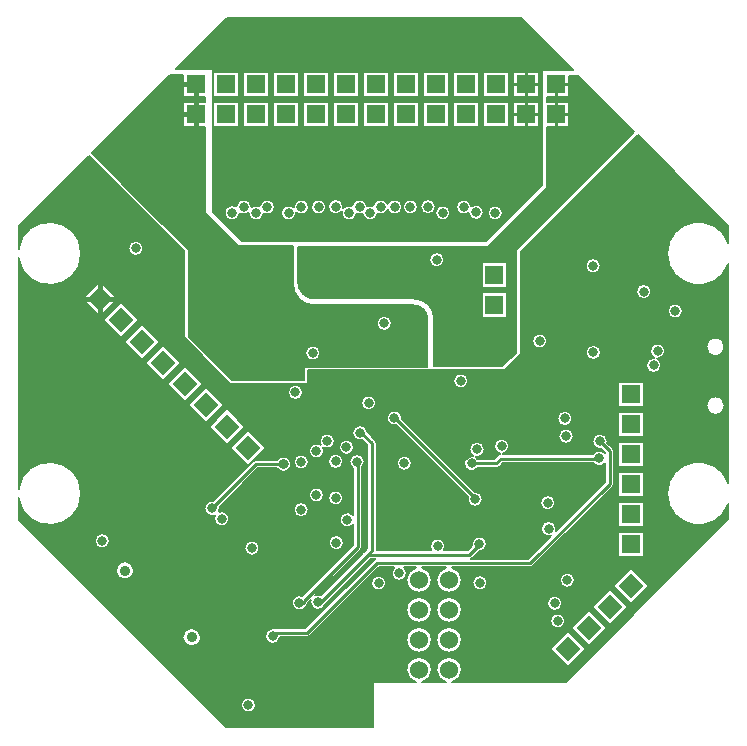
<source format=gbr>
G04 EasyPC Gerber Version 21.0.3 Build 4286 *
G04 #@! TF.Part,Single*
G04 #@! TF.FileFunction,Copper,L2,Inr *
G04 #@! TF.FilePolarity,Positive *
%FSLAX35Y35*%
%MOIN*%
G04 #@! TA.AperFunction,ComponentPad*
%ADD117R,0.06000X0.06000*%
G04 #@! TD.AperFunction*
%ADD96C,0.00500*%
%ADD99C,0.01000*%
%ADD104C,0.01500*%
G04 #@! TA.AperFunction,ViaPad*
%ADD127C,0.03200*%
G04 #@! TA.AperFunction,ComponentPad*
%ADD124C,0.03600*%
G04 #@! TA.AperFunction,WasherPad*
%ADD105C,0.06000*%
G04 #@! TA.AperFunction,SMDPad*
%AMT83*0 Rectangle Pad at angle 45*21,1,0.06000,0.06000,0,0,45*%
%ADD83T83*%
X0Y0D02*
D02*
D83*
X30501Y145899D03*
X37572Y138828D03*
X44643Y131757D03*
X51715Y124685D03*
X58785Y117615D03*
X65857Y110543D03*
X72928Y103472D03*
X79999Y96401D03*
X186537Y29237D03*
X193608Y36308D03*
X200679Y43379D03*
X207750Y50450D03*
D02*
D96*
X26868Y193632D02*
X3450Y170215D01*
Y162596*
G75*
G02X24350Y161150I10400J-1446*
G01*
G75*
G02X3450Y159704I-10500*
G01*
Y82596*
G75*
G02X24350Y81150I10400J-1446*
G01*
G75*
G02X3450Y79704I-10500*
G01*
Y72385*
X72685Y3150*
X121750*
Y18250*
X135831*
G75*
G02X132700Y22350I1119J4100*
G01*
G75*
G02X141200I4250*
G01*
G75*
G02X138069Y18250I-4250*
G01*
X145831*
G75*
G02X142700Y22350I1119J4100*
G01*
G75*
G02X151200I4250*
G01*
G75*
G02X148069Y18250I-4250*
G01*
X185815*
X240050Y72485*
Y77652*
G75*
G02X219650Y81150I-9900J3498*
G01*
G75*
G02X240050Y84648I10500*
G01*
Y157652*
G75*
G02X219650Y161150I-9900J3498*
G01*
G75*
G02X240050Y164648I10500*
G01*
Y170315*
X209782Y200582*
X170950Y161750*
Y127550*
X165650Y122250*
X100050*
Y117750*
X74050*
X58650Y133150*
Y161850*
X26868Y193632*
X24491Y145899D02*
X30501Y151909D01*
X36511Y145899*
X30501Y139889*
X24491Y145899*
X31562Y138828D02*
X37572Y144838D01*
X43583Y138828*
X37572Y132817*
X31562Y138828*
X33900Y65350D02*
G75*
G02X28800I-2550D01*
G01*
G75*
G02X33900I2550*
G01*
X36708Y57592D02*
G75*
G02X41021Y53279I2157J-2157D01*
G01*
G75*
G02X36708Y57592I-2157J2157*
G01*
X38633Y131757D02*
X44643Y137767D01*
X50654Y131757*
X44643Y125746*
X38633Y131757*
X45100Y162850D02*
G75*
G02X40000I-2550D01*
G01*
G75*
G02X45100I2550*
G01*
X45704Y124685D02*
X51715Y130696D01*
X57725Y124685*
X51715Y118675*
X45704Y124685*
X52775Y117615D02*
X58785Y123625D01*
X64796Y117615*
X58785Y111604*
X52775Y117615*
X58982Y35318D02*
G75*
G02X63295Y31005I2157J-2157D01*
G01*
G75*
G02X58982Y35318I-2157J2157*
G01*
X59846Y110543D02*
X65857Y116554D01*
X71867Y110543*
X65857Y104533*
X59846Y110543*
X66917Y103472D02*
X72928Y109483D01*
X78938Y103472*
X72928Y97462*
X66917Y103472*
X68408Y78659D02*
X81725Y91975D01*
G75*
G02X82750Y92400I1025J-1025*
G01*
X89652*
G75*
G02X93578Y92728I2098J-1450*
G01*
G75*
G02X94350Y90900I-1778J-1828*
G01*
G75*
G02X89972Y89122I-2550*
G01*
G75*
G02X89652Y89500I1778J1828*
G01*
X83351*
X70459Y76608*
G75*
G02X70500Y76150I-2508J-457*
G01*
G75*
G02X70243Y75033I-2550J0*
G01*
G75*
G02X73700Y72650I907J-2383*
G01*
G75*
G02X68600I-2550*
G01*
G75*
G02X68857Y73767I2550J0*
G01*
G75*
G02X65400Y76150I-907J2383*
G01*
G75*
G02X68408Y78659I2550*
G01*
X73989Y96401D02*
X79999Y102411D01*
X86009Y96401*
X79999Y90391*
X73989Y96401*
X77538Y10612D02*
G75*
G02X82638I2550D01*
G01*
G75*
G02X77538I-2550*
G01*
X83800Y62950D02*
G75*
G02X78700I-2550D01*
G01*
G75*
G02X83800I2550*
G01*
X87387Y35983D02*
G75*
G02X88150Y36200I762J-1233D01*
G01*
X99049*
X121825Y58975*
G75*
G02X122321Y59300I1026J-1025*
G01*
X120970*
G75*
G02X120563Y59087I-1020J1450*
G01*
X105694Y44124*
G75*
G02X100700Y44850I-2444J726*
G01*
G75*
G02X100843Y45693I2550J0*
G01*
X99900Y44749*
Y44650*
G75*
G02X99321Y43491I-1450*
G01*
G75*
G02X94500Y44650I-2271J1159*
G01*
G75*
G02X98046Y46997I2550*
G01*
X115000Y63951*
Y70806*
G75*
G02X110420Y72350I-2030J1544*
G01*
G75*
G02X115000Y73894I2550*
G01*
Y89528*
G75*
G02X113700Y91750I1250J2222*
G01*
G75*
G02X118800I2550*
G01*
G75*
G02X117900Y89806I-2550*
G01*
Y63350*
G75*
G02X117475Y62325I-1450*
G01*
X102407Y47257*
G75*
G02X104225Y47206I843J-2407*
G01*
X118283Y61353*
G75*
G02X119167Y62341I1667J-603*
G01*
X119643Y62816*
Y97184*
X117933Y98893*
G75*
G02X114700Y101350I-683J2457*
G01*
G75*
G02X119789Y101584I2550*
G01*
X122387Y98987*
G75*
G02X122857Y97850I-1137J-1137*
G01*
Y62200*
X141052*
G75*
G02X140600Y63650I2098J1450*
G01*
G75*
G02X145700I2550*
G01*
G75*
G02X145248Y62200I-2550*
G01*
X153149*
X154598Y63649*
G75*
G02X154500Y64350I2452J702*
G01*
G75*
G02X159600I2550*
G01*
G75*
G02X156858Y61807I-2550*
G01*
X154775Y59725*
G75*
G02X154279Y59400I-1026J1025*
G01*
X173349*
X180993Y67043*
G75*
G02X177600Y69450I-843J2407*
G01*
G75*
G02X182700I2550*
G01*
G75*
G02X182557Y68607I-2550J0*
G01*
X199000Y85051*
Y91207*
G75*
G02X195070Y91243I-1950J1643*
G01*
X165044*
X163920Y90048*
G75*
G02X162750Y89543I-1171J1102*
G01*
X156430*
G75*
G02X151900Y91150I-1980J1607*
G01*
G75*
G02X154965Y93648I2550*
G01*
G75*
G02X153700Y95850I1285J2202*
G01*
G75*
G02X158800I2550*
G01*
G75*
G02X155735Y93352I-2550*
G01*
G75*
G02X156430Y92757I-1285J-2202*
G01*
X162056*
X163180Y93952*
G75*
G02X164057Y94430I1170J-1102*
G01*
G75*
G02X161900Y96950I393J2520*
G01*
G75*
G02X167000I2550*
G01*
G75*
G02X164988Y94457I-2550*
G01*
X195070*
G75*
G02X199000Y94493I1980J-1607*
G01*
Y94749*
X197708Y96041*
G75*
G02X194700Y98550I-458J2509*
G01*
G75*
G02X199800I2550*
G01*
G75*
G02X199759Y98092I-2550J-1*
G01*
X201475Y96375*
G75*
G02X201900Y95350I-1025J-1025*
G01*
Y84450*
G75*
G02X201475Y83425I-1450*
G01*
X174975Y56925*
G75*
G02X173950Y56500I-1025J1025*
G01*
X147867*
G75*
G02X151200Y52350I-917J-4150*
G01*
G75*
G02X142700I-4250*
G01*
G75*
G02X146033Y56500I4250*
G01*
X137867*
G75*
G02X141200Y52350I-917J-4150*
G01*
G75*
G02X132700I-4250*
G01*
G75*
G02X136033Y56500I4250*
G01*
X131993*
G75*
G02X132900Y54550I-1643J-1950*
G01*
G75*
G02X127800I-2550*
G01*
G75*
G02X128707Y56500I2550*
G01*
X123451*
X100675Y33725*
G75*
G02X99650Y33300I-1025J1025*
G01*
X90688*
G75*
G02X85600Y33550I-2538J250*
G01*
G75*
G02X87387Y35983I2550*
G01*
X98300Y114850D02*
G75*
G02X93200I-2550D01*
G01*
G75*
G02X98300I2550*
G01*
X100200Y75750D02*
G75*
G02X95100I-2550D01*
G01*
G75*
G02X100200I2550*
G01*
Y91650D02*
G75*
G02X95100I-2550D01*
G01*
G75*
G02X100200I2550*
G01*
X104131Y97394D02*
G75*
G02X103800Y98650I2219J1257D01*
G01*
G75*
G02X108900I2550*
G01*
G75*
G02X104969Y96506I-2550*
G01*
G75*
G02X105300Y95250I-2219J-1257*
G01*
G75*
G02X100200I-2550*
G01*
G75*
G02X104131Y97394I2550*
G01*
X105300Y80650D02*
G75*
G02X100200I-2550D01*
G01*
G75*
G02X105300I2550*
G01*
X111700Y79650D02*
G75*
G02X106600I-2550D01*
G01*
G75*
G02X111700I2550*
G01*
Y91850D02*
G75*
G02X106600I-2550D01*
G01*
G75*
G02X111700I2550*
G01*
X111900Y64750D02*
G75*
G02X106800I-2550D01*
G01*
G75*
G02X111900I2550*
G01*
X115300Y96550D02*
G75*
G02X110200I-2550D01*
G01*
G75*
G02X115300I2550*
G01*
X122700Y111350D02*
G75*
G02X117600I-2550D01*
G01*
G75*
G02X122700I2550*
G01*
X126000Y51250D02*
G75*
G02X120900I-2550D01*
G01*
G75*
G02X126000I2550*
G01*
X129291Y103858D02*
G75*
G02X126200Y106350I-541J2492D01*
G01*
G75*
G02X131300I2550*
G01*
G75*
G02X131273Y105978I-2550J-1*
G01*
X155458Y81793*
G75*
G02X158200Y79250I192J-2543*
G01*
G75*
G02X153100I-2550*
G01*
G75*
G02X153198Y79951I2550J0*
G01*
X129291Y103858*
X134600Y91250D02*
G75*
G02X129500I-2550D01*
G01*
G75*
G02X134600I2550*
G01*
X141200Y32350D02*
G75*
G02X132700I-4250D01*
G01*
G75*
G02X141200I4250*
G01*
Y42350D02*
G75*
G02X132700I-4250D01*
G01*
G75*
G02X141200I4250*
G01*
X151200Y32350D02*
G75*
G02X142700I-4250D01*
G01*
G75*
G02X151200I4250*
G01*
Y42350D02*
G75*
G02X142700I-4250D01*
G01*
G75*
G02X151200I4250*
G01*
X153400Y118650D02*
G75*
G02X148300I-2550D01*
G01*
G75*
G02X153400I2550*
G01*
X159800Y51350D02*
G75*
G02X154700I-2550D01*
G01*
G75*
G02X159800I2550*
G01*
X177300Y78050D02*
G75*
G02X182400I2550D01*
G01*
G75*
G02X177300I-2550*
G01*
X179600Y44550D02*
G75*
G02X184700I2550D01*
G01*
G75*
G02X179600I-2550*
G01*
X179700Y131950D02*
G75*
G02X174600I-2550D01*
G01*
G75*
G02X179700I2550*
G01*
X180600Y38650D02*
G75*
G02X185700I2550D01*
G01*
G75*
G02X180600I-2550*
G01*
X183400Y100250D02*
G75*
G02X188500I2550D01*
G01*
G75*
G02X183400I-2550*
G01*
X183800Y52250D02*
G75*
G02X188900I2550D01*
G01*
G75*
G02X183800I-2550*
G01*
X186537Y35247D02*
X192547Y29237D01*
X186537Y23226*
X180526Y29237*
X186537Y35247*
X188100Y106150D02*
G75*
G02X183000I-2550D01*
G01*
G75*
G02X188100I2550*
G01*
X192400Y157050D02*
G75*
G02X197500I2550D01*
G01*
G75*
G02X192400I-2550*
G01*
X193608Y42318D02*
X199618Y36308D01*
X193608Y30298*
X187598Y36308*
X193608Y42318*
X195050Y125600D02*
G75*
G02Y130700J2550D01*
G01*
G75*
G02Y125600J-2550*
G01*
X200679Y49389D02*
X206689Y43379D01*
X200679Y37369*
X194669Y43379*
X200679Y49389*
X203400Y68400D02*
X211900D01*
Y59900*
X203400*
Y68400*
Y78400D02*
X211900D01*
Y69900*
X203400*
Y78400*
Y88400D02*
X211900D01*
Y79900*
X203400*
Y88400*
Y98400D02*
X211900D01*
Y89900*
X203400*
Y98400*
Y108400D02*
X211900D01*
Y99900*
X203400*
Y108400*
Y118400D02*
X211900D01*
Y109900*
X203400*
Y118400*
X207750Y56460D02*
X213760Y50450D01*
X207750Y44440*
X201740Y50450*
X207750Y56460*
X214400Y148450D02*
G75*
G02X209300I-2550D01*
G01*
G75*
G02X214400I2550*
G01*
X215254Y126398D02*
G75*
G02X213900Y128650I1196J2252D01*
G01*
G75*
G02X219000I2550*
G01*
G75*
G02X216346Y126102I-2550*
G01*
G75*
G02X217700Y123850I-1196J-2252*
G01*
G75*
G02X212600I-2550*
G01*
G75*
G02X215254Y126398I2550*
G01*
X219800Y141950D02*
G75*
G02X224900I2550D01*
G01*
G75*
G02X219800I-2550*
G01*
X235750Y107400D02*
G75*
G02Y113500J3050D01*
G01*
G75*
G02Y107400J-3050*
G01*
Y127000D02*
G75*
G02Y133100J3050D01*
G01*
G75*
G02Y127000J-3050*
G01*
X121750Y10612D02*
G36*
X82638D01*
G75*
G02X77538I-2550*
G01*
X65223*
X72435Y3400*
X121750*
Y10612*
G37*
X200726Y33161D02*
G36*
X196472D01*
X193608Y30298*
X190744Y33161*
X188622*
X192547Y29237*
X186537Y23226*
X180526Y29237*
X184451Y33161*
X151122*
G75*
G02X151200Y32350I-4172J-812*
G01*
G75*
G02X142700I-4250*
G01*
G75*
G02X142778Y33161I4250J-1*
G01*
X141122*
G75*
G02X141200Y32350I-4172J-812*
G01*
G75*
G02X132700I-4250*
G01*
G75*
G02X132778Y33161I4250J-1*
G01*
X90670*
G75*
G02X85630I-2520J389*
G01*
X64189*
G75*
G02X63295Y31005I-3050*
G01*
G75*
G02X58089Y33161I-2157J2157*
G01*
X42674*
X65223Y10612*
X77538*
G75*
G02X82638I2550*
G01*
X121750*
Y18250*
X135831*
G75*
G02X132700Y22349I1119J4099*
G01*
G75*
G02Y22350I5013J0*
G01*
G75*
G02X141200I4250*
G01*
G75*
G02X138069Y18250I-4250*
G01*
X145831*
G75*
G02X142700Y22349I1119J4099*
G01*
G75*
G02Y22350I5013J0*
G01*
G75*
G02X151200I4250*
G01*
G75*
G02X148069Y18250I-4250*
G01*
X185815*
X200726Y33161*
G37*
X101499Y38650D02*
G36*
X37185D01*
X42674Y33161*
X58089*
G75*
G02X58982Y35318I3050*
G01*
G75*
G02X64189Y33161I2157J-2157*
G01*
X85630*
G75*
G02X85600Y33550I2520J389*
G01*
Y33550*
G75*
G02X87387Y35983I2550*
G01*
G75*
G02X88150Y36200I762J-1232*
G01*
X99049*
X101499Y38650*
G37*
X189940D02*
G36*
X185700D01*
G75*
G02X180600I-2550*
G01*
X149041*
G75*
G02X144859I-2091J3700*
G01*
X139041*
G75*
G02X134859I-2091J3700*
G01*
X105600*
X100675Y33725*
G75*
G02X99650Y33300I-1026J1028*
G01*
X90688*
G75*
G02X90670Y33161I-2538J247*
G01*
X132778*
G75*
G02X141122I4172J-811*
G01*
X142778*
G75*
G02X151122I4172J-811*
G01*
X184451*
X186537Y35247*
X188622Y33161*
X190744*
X187598Y36308*
X189940Y38650*
G37*
X206215D02*
G36*
X201960D01*
X200679Y37369*
X199397Y38650*
X197276*
X199618Y36308*
X196472Y33161*
X200726*
X206215Y38650*
G37*
X105199Y42350D02*
G36*
X103754D01*
G75*
G02X102747I-503J2500*
G01*
X98151*
G75*
G02X95948I-1101J2300*
G01*
X33485*
X37185Y38650*
X101499*
X105199Y42350*
G37*
X195697D02*
G36*
X183439D01*
G75*
G02X180861I-1289J2200*
G01*
X151200*
G75*
G02X149041Y38650I-4250*
G01*
X180600*
G75*
G02X185700I2550*
G01*
X189940*
X193608Y42318*
X197276Y38650*
X199397*
X195697Y42350*
G37*
X132700D02*
G36*
X109300D01*
X105600Y38650*
X134859*
G75*
G02X132700Y42350I2091J3700*
G01*
G37*
X142700D02*
G36*
X141200D01*
G75*
G02X139041Y38650I-4250*
G01*
X144859*
G75*
G02X142700Y42350I2091J3700*
G01*
G37*
X209915D02*
G36*
X205660D01*
X201960Y38650*
X206215*
X209915Y42350*
G37*
X102299Y51250D02*
G36*
X24585D01*
X33485Y42350*
X95948*
G75*
G02X94500Y44650I1101J2300*
G01*
Y44650*
G75*
G02X98046Y46997I2550*
G01*
X102299Y51250*
G37*
X102747Y42350D02*
G36*
G75*
G02X100700Y44850I503J2500D01*
G01*
G75*
G02X100843Y45693I2560J-2*
G01*
X99900Y44749*
Y44650*
G75*
G02X99321Y43491I-1451J0*
G01*
G75*
G02X98151Y42350I-2271J1159*
G01*
X102747*
G37*
X218815Y51250D02*
G36*
X212960D01*
X213760Y50450*
X207750Y44440*
X201740Y50450*
X202540Y51250*
X188696*
G75*
G02X184004I-2346J1000*
G01*
X159798*
G75*
G02X154702I-2548J100*
G01*
X151055*
G75*
G02X142845I-4105J1100*
G01*
X141055*
G75*
G02X132845I-4105J1100*
G01*
X126000*
G75*
G02X120900I-2550*
G01*
X118201*
X109300Y42350*
X132700*
G75*
G02X141200I4250*
G01*
X142700*
G75*
G02X151200I4250*
G01*
X180861*
G75*
G02X179600Y44550I1289J2200*
G01*
G75*
G02X184700I2550*
G01*
G75*
G02X183439Y42350I-2550*
G01*
X195697*
X194669Y43379*
X200679Y49389*
X206689Y43379*
X205660Y42350*
X209915*
X218815Y51250*
G37*
X108243D02*
G36*
X106401D01*
X102407Y47257*
G75*
G02X104225Y47206I843J-2404*
G01*
X108243Y51250*
G37*
X114100D02*
G36*
X112776D01*
X105694Y44124*
G75*
G02X103754Y42350I-2444J726*
G01*
X105199*
X114100Y51250*
G37*
X106485Y55435D02*
G36*
X41915D01*
G75*
G02X41021Y53279I-3050*
G01*
G75*
G02X35815Y55435I-2157J2157*
G01*
X20400*
X24585Y51250*
X102299*
X106485Y55435*
G37*
X202540Y51250D02*
G36*
X206725Y55435D01*
X149872*
G75*
G02X151200Y52350I-2923J-3086*
G01*
G75*
G02X151055Y51250I-4250J0*
G01*
X154702*
G75*
G02X154700Y51350I2548J100*
G01*
G75*
G02X159800I2550*
G01*
G75*
G02X159798Y51250I-2550*
G01*
X184004*
G75*
G02X183800Y52250I2346J1000*
G01*
G75*
G02X188900I2550*
G01*
G75*
G02X188696Y51250I-2550*
G01*
X202540*
G37*
X112403Y55435D02*
G36*
X110586D01*
X106401Y51250*
X108243*
X112403Y55435*
G37*
X118285D02*
G36*
X116935D01*
X112776Y51250*
X114100*
X118285Y55435*
G37*
X132845Y51250D02*
G36*
G75*
G02X132700Y52350I4105J1100D01*
G01*
G75*
G02X134028Y55435I4250J0*
G01*
X132741*
G75*
G02X132900Y54550I-2392J-885*
G01*
G75*
G02X127800I-2550*
G01*
G75*
G02X127959Y55435I2551*
G01*
X122386*
X118201Y51250*
X120900*
G75*
G02X126000I2550*
G01*
X132845*
G37*
X142845D02*
G36*
G75*
G02X142700Y52350I4105J1100D01*
G01*
G75*
G02X144028Y55435I4250J0*
G01*
X139872*
G75*
G02X141200Y52350I-2923J-3086*
G01*
G75*
G02X141055Y51250I-4250J0*
G01*
X142845*
G37*
X223000Y55435D02*
G36*
X208775D01*
X212960Y51250*
X218815*
X223000Y55435*
G37*
X113999Y62950D02*
G36*
X111156D01*
G75*
G02X107544I-1806J1800*
G01*
X83800*
G75*
G02X78700I-2550*
G01*
X32212*
G75*
G02X30488I-862J2400*
G01*
X12885*
X20400Y55435*
X35815*
G75*
G02X36708Y57592I3050*
G01*
G75*
G02X41915Y55435I2157J-2157*
G01*
X106485*
X113999Y62950*
G37*
X230515D02*
G36*
X211900D01*
Y59900*
X203400*
Y62950*
X181000*
X174975Y56925*
G75*
G02X173950Y56500I-1026J1028*
G01*
X147867*
G75*
G02X149872Y55435I-917J-4150*
G01*
X206725*
X207750Y56460*
X208775Y55435*
X223000*
X230515Y62950*
G37*
X118285Y55435D02*
G36*
X121825Y58975D01*
G75*
G02X122321Y59300I1020J-1017*
G01*
X120970*
G75*
G02X120563Y59087I-1014J1437*
G01*
X116935Y55435*
X118285*
G37*
X119643Y62950D02*
G36*
X117843D01*
G75*
G02X117475Y62325I-1396J401*
G01*
X110586Y55435*
X112403*
X118283Y61353*
G75*
G02X119167Y62341I1668J-603*
G01*
X119643Y62816*
Y62950*
G37*
X127959Y55435D02*
G36*
G75*
G02X128707Y56500I2392J-886D01*
G01*
X123451*
X122386Y55435*
X127959*
G37*
X134028D02*
G36*
G75*
G02X136033Y56500I2923J-3085D01*
G01*
X131993*
G75*
G02X132741Y55435I-1644J-1950*
G01*
X134028*
G37*
X140698Y62950D02*
G36*
X122857D01*
Y62200*
X141052*
G75*
G02X140698Y62950I2098J1450*
G01*
G37*
X144028Y55435D02*
G36*
G75*
G02X146033Y56500I2923J-3085D01*
G01*
X137867*
G75*
G02X139872Y55435I-917J-4150*
G01*
X144028*
G37*
X153900Y62950D02*
G36*
X145602D01*
G75*
G02X145248Y62200I-2453J700*
G01*
X153149*
X153900Y62950*
G37*
X176899D02*
G36*
X159181D01*
G75*
G02X156858Y61807I-2131J1400*
G01*
X154775Y59725*
G75*
G02X154279Y59400I-1020J1017*
G01*
X173349*
X176899Y62950*
G37*
X12885D02*
G36*
X30488D01*
G75*
G02X28800Y65350I862J2400*
G01*
X10485*
X12885Y62950*
G37*
X78700D02*
G36*
G75*
G02X80388Y65350I2550D01*
G01*
X33900*
G75*
G02X32212Y62950I-2550*
G01*
X78700*
G37*
X106872Y65350D02*
G36*
X82112D01*
G75*
G02X83800Y62950I-862J-2400*
G01*
X107544*
G75*
G02X106800Y64750I1806J1800*
G01*
G75*
G02X106872Y65350I2550J0*
G01*
G37*
X115000D02*
G36*
X111828D01*
G75*
G02X111900Y64750I-2479J-600*
G01*
G75*
G02X111156Y62950I-2550*
G01*
X113999*
X115000Y63951*
Y65350*
G37*
X119643D02*
G36*
X117900D01*
Y63350*
G75*
G02X117843Y62950I-1453J2*
G01*
X119643*
Y65350*
G37*
X140698Y62950D02*
G36*
G75*
G02X140600Y63650I2453J700D01*
G01*
G75*
G02X141249Y65350I2550*
G01*
X122857*
Y62950*
X140698*
G37*
X154704Y65350D02*
G36*
X145051D01*
G75*
G02X145700Y63650I-1901J-1700*
G01*
G75*
G02X145602Y62950I-2551J0*
G01*
X153900*
X154598Y63649*
G75*
G02X154500Y64350I2457J702*
G01*
G75*
G02X154704Y65350I2550*
G01*
G37*
X179299D02*
G36*
X159396D01*
G75*
G02X159600Y64350I-2346J-1000*
G01*
G75*
G02X159181Y62950I-2550J0*
G01*
X176899*
X179299Y65350*
G37*
X203400D02*
G36*
X183400D01*
X181000Y62950*
X203400*
Y65350*
G37*
X232915D02*
G36*
X211900D01*
Y62950*
X230515*
X232915Y65350*
G37*
X115000Y75750D02*
G36*
X100200D01*
G75*
G02X95100I-2550*
G01*
X70469*
G75*
G02X70243Y75033I-2524J402*
G01*
G75*
G02X73700Y72650I907J-2383*
G01*
G75*
G02X68600I-2550*
G01*
G75*
G02X68857Y73767I2556J-1*
G01*
G75*
G02X65431Y75750I-907J2383*
G01*
X22855*
G75*
G02X4845I-9005J5400*
G01*
X3700*
Y72135*
X10485Y65350*
X28800*
G75*
G02X33900I2550*
G01*
X80388*
G75*
G02X82112I862J-2400*
G01*
X106872*
G75*
G02X111828I2478J-600*
G01*
X115000*
Y70806*
G75*
G02X110420Y72350I-2030J1544*
G01*
G75*
G02X115000Y73894I2550J0*
G01*
Y75750*
G37*
X189699D02*
G36*
X180951D01*
G75*
G02X178749I-1101J2300*
G01*
X122857*
Y65350*
X141249*
G75*
G02X145051I1901J-1700*
G01*
X154704*
G75*
G02X159396I2346J-1000*
G01*
X179299*
X180993Y67043*
G75*
G02X177600Y69450I-843J2406*
G01*
Y69450*
G75*
G02X182700I2550*
G01*
G75*
G02X182557Y68607I-2560J2*
G01*
X189699Y75750*
G37*
X119643D02*
G36*
X117900D01*
Y65350*
X119643*
Y75750*
G37*
X221145D02*
G36*
X211900D01*
Y69900*
X203400*
Y75750*
X193800*
X183400Y65350*
X203400*
Y68400*
X211900*
Y65350*
X232915*
X239800Y72235*
Y75750*
X239155*
G75*
G02X221145I-9005J5400*
G01*
G37*
X71549Y81800D02*
G36*
X24330D01*
G75*
G02X24350Y81150I-10480J-649*
G01*
G75*
G02X22855Y75750I-10500J0*
G01*
X65431*
G75*
G02X65400Y76150I2519J400*
G01*
G75*
G02X68408Y78659I2550*
G01*
X71549Y81800*
G37*
X4845Y75750D02*
G36*
G75*
G02X3700Y78462I9006J5401D01*
G01*
Y75750*
X4845*
G37*
X115000Y81800D02*
G36*
X110521D01*
G75*
G02X111700Y79650I-1371J-2150*
G01*
G75*
G02X106600I-2550*
G01*
G75*
G02X107779Y81800I2550*
G01*
X105026*
G75*
G02X105300Y80650I-2276J-1150*
G01*
G75*
G02X100200I-2550*
G01*
G75*
G02X100474Y81800I2550*
G01*
X75651*
X70459Y76608*
G75*
G02X70500Y76153I-2485J-455*
G01*
G75*
G02Y76150I-2589J-1*
G01*
G75*
G02X70469Y75750I-2556*
G01*
X95100*
G75*
G02X100200I2550*
G01*
X115000*
Y81800*
G37*
X195749D02*
G36*
X155680D01*
G75*
G02X158200Y79250I-30J-2550*
G01*
Y79250*
G75*
G02X153100I-2550*
G01*
G75*
G02X153198Y79951I2556J-1*
G01*
X151350Y81800*
X122857*
Y75750*
X178749*
G75*
G02X177300Y78050I1101J2300*
G01*
G75*
G02X182400I2550*
G01*
G75*
G02X180951Y75750I-2550*
G01*
X189699*
X195749Y81800*
G37*
X119643D02*
G36*
X117900D01*
Y75750*
X119643*
Y81800*
G37*
X155620D02*
G36*
X155451D01*
X155458Y81793*
G75*
G02X155620Y81800I192J-2543*
G01*
G37*
X239800Y77011D02*
G36*
G75*
G02X239155Y75750I-9650J4138D01*
G01*
X239800*
Y77011*
G37*
X219670Y81800D02*
G36*
X211900D01*
Y79900*
X203400*
Y81800*
X199850*
X193800Y75750*
X203400*
Y78400*
X211900*
Y75750*
X221145*
G75*
G02X219650Y81150I9005J5400*
G01*
G75*
G02X219670Y81800I10500J1*
G01*
G37*
X81400Y91650D02*
G36*
X81258D01*
X79999Y90391*
X78740Y91650*
X3700*
Y83838*
G75*
G02X24330Y81800I10150J-2689*
G01*
X71549*
X81400Y91650*
G37*
X151950D02*
G36*
X145601D01*
X155451Y81800*
X155620*
G75*
G02X155680I30J-2553*
G01*
X195749*
X199000Y85051*
Y91207*
G75*
G02X195070Y91243I-1950J1643*
G01*
X165044*
X163920Y90048*
G75*
G02X162750Y89543I-1171J1102*
G01*
X156430*
G75*
G02X151900Y91150I-1980J1607*
G01*
G75*
G02X151950Y91650I2551J-1*
G01*
G37*
X113702D02*
G36*
X111692D01*
G75*
G02X106608I-2542J200*
G01*
X100200*
G75*
G02X95100I-2550*
G01*
X94237*
G75*
G02X94350Y90900I-2437J-749*
G01*
Y90900*
G75*
G02X89972Y89122I-2550*
G01*
G75*
G02X89652Y89500I1785J1834*
G01*
X83351*
X75651Y81800*
X100474*
G75*
G02X105026I2276J-1150*
G01*
X107779*
G75*
G02X110521I1371J-2150*
G01*
X115000*
Y89528*
G75*
G02X113702Y91650I1249J2222*
G01*
G37*
X119643D02*
G36*
X118798D01*
G75*
G02X117900Y89806I-2546J100*
G01*
Y81800*
X119643*
Y91650*
G37*
X151350Y81800D02*
G36*
X141500Y91650D01*
X134569*
G75*
G02X134600Y91250I-2519J-400*
G01*
G75*
G02X129500I-2550*
G01*
G75*
G02X129531Y91650I2550J0*
G01*
X122857*
Y81800*
X151350*
G37*
X239800Y85289D02*
G36*
Y91650D01*
X211900*
Y89900*
X203400*
Y91650*
X201900*
Y84450*
G75*
G02X201475Y83425I-1453J1*
G01*
X199850Y81800*
X203400*
Y88400*
X211900*
Y81800*
X219670*
G75*
G02X239800Y85289I10480J-650*
G01*
G37*
X73989Y96401D02*
G36*
X3700D01*
Y91650*
X78740*
X73989Y96401*
G37*
X119643D02*
G36*
X115296D01*
G75*
G02X110204I-2546J149*
G01*
X107552*
G75*
G02X105148I-1202J2249*
G01*
X105025*
G75*
G02X105300Y95250I-2277J-1152*
G01*
G75*
G02X100200I-2550*
G01*
G75*
G02X100475Y96401I2550J0*
G01*
X86009*
X81258Y91650*
X81400*
X81725Y91975*
G75*
G02X82750Y92400I1026J-1028*
G01*
X89652*
G75*
G02X93578Y92728I2098J-1450*
G01*
G75*
G02X94237Y91650I-1776J-1828*
G01*
X95100*
G75*
G02X100200I2550*
G01*
X106608*
G75*
G02X106600Y91850I2543J200*
G01*
G75*
G02X111700I2550*
G01*
G75*
G02X111692Y91650I-2550J0*
G01*
X113702*
G75*
G02X113700Y91750I2543J100*
G01*
Y91750*
G75*
G02X118800I2550*
G01*
Y91750*
G75*
G02X118798Y91650I-2553J1*
G01*
X119643*
Y96401*
G37*
X141500Y91650D02*
G36*
X136748Y96401D01*
X122857*
Y91650*
X129531*
G75*
G02X134569I2519J-400*
G01*
X141500*
G37*
X151950D02*
G36*
G75*
G02X154965Y93648I2500J-500D01*
G01*
G75*
G02X153700Y95849I1283J2202*
G01*
G75*
G02Y95850I2374J0*
G01*
G75*
G02X153760Y96401I2550*
G01*
X140850*
X145601Y91650*
X151950*
G37*
X161960Y96401D02*
G36*
X158740D01*
G75*
G02X158800Y95850I-2490J-551*
G01*
G75*
G02X155735Y93352I-2550*
G01*
G75*
G02X156430Y92757I-1291J-2209*
G01*
X162056*
X163180Y93952*
G75*
G02X164057Y94430I1169J-1098*
G01*
G75*
G02X161960Y96401I393J2519*
G01*
G37*
X195877D02*
G36*
X166940D01*
G75*
G02X164988Y94457I-2490J549*
G01*
X195070*
G75*
G02X199000Y94493I1980J-1607*
G01*
Y94749*
X197708Y96041*
G75*
G02X195877Y96401I-458J2509*
G01*
G37*
X203400D02*
G36*
X201449D01*
X201475Y96375*
G75*
G02X201900Y95350I-1028J-1026*
G01*
Y91650*
X203400*
Y96401*
G37*
X211900D02*
G36*
Y91650D01*
X239800*
Y96401*
X211900*
G37*
X73989D02*
G36*
X77837Y100250D01*
X75715*
X72928Y97462*
X70140Y100250*
X3700*
Y96401*
X73989*
G37*
X104365Y100250D02*
G36*
X82160D01*
X86009Y96401*
X100475*
G75*
G02X104131Y97394I2276J-1152*
G01*
G75*
G02X103800Y98650I2220J1257*
G01*
G75*
G02X104365Y100250I2550J0*
G01*
G37*
X105148Y96401D02*
G36*
G75*
G02X104969Y96506I1202J2249D01*
G01*
G75*
G02X105025Y96401I-2220J-1257*
G01*
X105148*
G37*
X136748D02*
G36*
X132900Y100250D01*
X121123*
X122387Y98987*
G75*
G02X122857Y97850I-1138J-1137*
G01*
Y96401*
X136748*
G37*
X119643D02*
G36*
Y97184D01*
X117933Y98893*
G75*
G02X114950Y100250I-683J2457*
G01*
X108335*
G75*
G02X108900Y98650I-1985J-1600*
G01*
G75*
G02X107552Y96401I-2550J0*
G01*
X110204*
G75*
G02X110200Y96550I2546J148*
G01*
G75*
G02X115300I2550*
G01*
G75*
G02X115296Y96401I-2550J0*
G01*
X119643*
G37*
X195877D02*
G36*
G75*
G02X194700Y98550I1373J2149D01*
G01*
G75*
G02X195349Y100250I2550*
G01*
X188500*
G75*
G02X183400I-2550*
G01*
X137001*
X140850Y96401*
X153760*
G75*
G02X158740I2490J-551*
G01*
X161960*
G75*
G02X161900Y96950I2490J549*
G01*
Y96950*
G75*
G02X167000I2550*
G01*
G75*
G02X166940Y96401I-2550J0*
G01*
X195877*
G37*
X211900Y100250D02*
G36*
Y99900D01*
X203400*
Y100250*
X199151*
G75*
G02X199800Y98550I-1901J-1700*
G01*
G75*
G02Y98547I-2589J-1*
G01*
G75*
G02X199759Y98092I-2526*
G01*
X201449Y96401*
X203400*
Y98400*
X211900*
Y96401*
X239800*
Y100250*
X211900*
G37*
X66917Y103472D02*
G36*
X3700D01*
Y100250*
X70140*
X66917Y103472*
G37*
X114950Y100250D02*
G36*
G75*
G02X114700Y101350I2301J1100D01*
G01*
Y101350*
G75*
G02X115836Y103472I2550*
G01*
X78938*
X75715Y100250*
X77837*
X79999Y102411*
X82160Y100250*
X104365*
G75*
G02X108335I1985J-1600*
G01*
X114950*
G37*
X132900D02*
G36*
X129677Y103472D01*
X118664*
G75*
G02X119789Y101584I-1414J-2122*
G01*
X121123Y100250*
X132900*
G37*
X203400Y103472D02*
G36*
X133778D01*
X137001Y100250*
X183400*
G75*
G02X188500I2550*
G01*
X195349*
G75*
G02X199151I1901J-1700*
G01*
X203400*
Y103472*
G37*
X211900D02*
G36*
Y100250D01*
X239800*
Y103472*
X211900*
G37*
X66917D02*
G36*
X69595Y106150D01*
X67474*
X65857Y104533*
X64240Y106150*
X3700*
Y103472*
X66917*
G37*
X129677D02*
G36*
X129291Y103858D01*
G75*
G02X126208Y106150I-541J2492*
G01*
X76260*
X78938Y103472*
X115836*
G75*
G02X118664I1414J-2122*
G01*
X129677*
G37*
X203400Y106150D02*
G36*
X188100D01*
G75*
G02X183000I-2550*
G01*
X131292*
G75*
G02X131273Y105978I-2512J194*
G01*
X133778Y103472*
X203400*
Y106150*
G37*
X211900D02*
G36*
Y103472D01*
X239800*
Y106150*
X211900*
G37*
X59846Y110543D02*
G36*
X3700D01*
Y106150*
X64240*
X59846Y110543*
G37*
X211900D02*
G36*
Y109900D01*
X203400*
Y110543*
X122569*
G75*
G02X117731I-2419J807*
G01*
X71867*
X67474Y106150*
X69595*
X72928Y109483*
X76260Y106150*
X126208*
G75*
G02X126200Y106350I2543J200*
G01*
G75*
G02X131300I2550*
G01*
G75*
G02Y106347I-2578J-2*
G01*
G75*
G02X131292Y106150I-2519J2*
G01*
X183000*
G75*
G02X188100I2550*
G01*
X203400*
Y108400*
X211900*
Y106150*
X239800*
Y110543*
X238798*
G75*
G02X238800Y110450I-3049J-98*
G01*
G75*
G02X235750Y107400I-3050*
G01*
G75*
G02X232700Y110450J3050*
G01*
G75*
G02X232702Y110543I3050J-5*
G01*
X211900*
G37*
X59846D02*
G36*
X64153Y114850D01*
X62031*
X58785Y111604*
X55540Y114850*
X3700*
Y110543*
X59846*
G37*
X203400Y114850D02*
G36*
X98300D01*
G75*
G02X93200I-2550*
G01*
X67560*
X71867Y110543*
X117731*
G75*
G02X117600Y111350I2419J807*
G01*
G75*
G02X122700I2550*
G01*
G75*
G02X122569Y110543I-2550J0*
G01*
X203400*
Y114850*
G37*
X211900D02*
G36*
Y110543D01*
X232702*
G75*
G02X235750Y113500I3048J-93*
G01*
G75*
G02X238798Y110543J-3050*
G01*
X239800*
Y114850*
X211900*
G37*
X52775Y117615D02*
G36*
X3700D01*
Y114850*
X55540*
X52775Y117615*
G37*
X203400D02*
G36*
X153180D01*
G75*
G02X148520I-2330J1035*
G01*
X64796*
X62031Y114850*
X64153*
X65857Y116554*
X67560Y114850*
X93200*
G75*
G02X98300I2550*
G01*
X203400*
Y117615*
G37*
X211900D02*
G36*
Y114850D01*
X239800*
Y117615*
X211900*
G37*
X217559Y124685D02*
G36*
G75*
G02X217700Y123850I-2409J-836D01*
G01*
G75*
G02X212600I-2550*
G01*
Y123850*
G75*
G02X212741Y124685I2550*
G01*
X168085*
X165650Y122250*
X100050*
Y117750*
X74050*
X67115Y124685*
X57725*
X51715Y118675*
X45704Y124685*
X3700*
Y117615*
X52775*
X58785Y123625*
X64796Y117615*
X148520*
G75*
G02X148300Y118650I2330J1035*
G01*
G75*
G02X153400I2550*
G01*
G75*
G02X153180Y117615I-2550*
G01*
X203400*
Y118400*
X211900*
Y117615*
X239800*
Y124685*
X217559*
G37*
X63650Y128150D02*
G36*
X54260D01*
X57725Y124685*
X67115*
X63650Y128150*
G37*
X45704Y124685D02*
G36*
X49169Y128150D01*
X47047*
X44643Y125746*
X42240Y128150*
X3700*
Y124685*
X45704*
G37*
X213950Y128150D02*
G36*
X197600D01*
G75*
G02X195050Y125600I-2550*
G01*
G75*
G02X192500Y128150J2550*
G01*
X170950*
Y127550*
X168085Y124685*
X212741*
G75*
G02X215254Y126398I2409J-835*
G01*
G75*
G02X213950Y128150I1196J2252*
G01*
G37*
X238136D02*
G36*
G75*
G02X235750Y127000I-2386J1900D01*
G01*
G75*
G02X233364Y128150J3050*
G01*
X218951*
G75*
G02X216346Y126102I-2500J500*
G01*
G75*
G02X217559Y124685I-1196J-2252*
G01*
X239800*
Y128150*
X238136*
G37*
X60043Y131757D02*
G36*
X50654D01*
X47047Y128150*
X49169*
X51715Y130696*
X54260Y128150*
X63650*
X60043Y131757*
G37*
X38633D02*
G36*
X3700D01*
Y128150*
X42240*
X38633Y131757*
G37*
X233222D02*
G36*
X179693D01*
G75*
G02X174607I-2543J193*
G01*
X170950*
Y128150*
X192500*
G75*
G02X195050Y130700I2550*
G01*
G75*
G02X197600Y128150J-2550*
G01*
X213950*
G75*
G02X213900Y128650I2501J500*
G01*
G75*
G02X219000I2550*
G01*
Y128650*
G75*
G02X218951Y128150I-2550J-1*
G01*
X233364*
G75*
G02X232700Y130050I2386J1900*
G01*
G75*
G02X233222Y131757I3050J0*
G01*
G37*
X238278D02*
G36*
G75*
G02X238800Y130050I-2528J-1706D01*
G01*
G75*
G02X238136Y128150I-3050*
G01*
X239800*
Y131757*
X238278*
G37*
X58650Y138828D02*
G36*
X43583D01*
X37572Y132817*
X31562Y138828*
X3700*
Y131757*
X38633*
X44643Y137767*
X50654Y131757*
X60043*
X58650Y133150*
Y138828*
G37*
X170950D02*
G36*
Y131757D01*
X174607*
G75*
G02X174600Y131950I2543J195*
G01*
G75*
G02X179700I2550*
G01*
G75*
G02X179693Y131757I-2550J2*
G01*
X233222*
G75*
G02X235750Y133100I2528J-1707*
G01*
G75*
G02X238278Y131757J-3050*
G01*
X239800*
Y138828*
X170950*
G37*
X58650Y141950D02*
G36*
X40460D01*
X43583Y138828*
X58650*
Y141950*
G37*
X31562Y138828D02*
G36*
X34685Y141950D01*
X32563*
X30501Y139889*
X28440Y141950*
X3700*
Y138828*
X31562*
G37*
X170950Y141950D02*
G36*
Y138828D01*
X239800*
Y141950*
X224900*
G75*
G02X219800I-2550*
G01*
X170950*
G37*
X58650Y145899D02*
G36*
X36511D01*
X32563Y141950*
X34685*
X37572Y144838*
X40460Y141950*
X58650*
Y145899*
G37*
X24491D02*
G36*
X3700D01*
Y141950*
X28440*
X24491Y145899*
G37*
X170950D02*
G36*
Y141950D01*
X219800*
G75*
G02X224900I2550*
G01*
X239800*
Y145899*
X170950*
G37*
X58650Y148450D02*
G36*
X33960D01*
X36511Y145899*
X58650*
Y148450*
G37*
X24491Y145899D02*
G36*
X27042Y148450D01*
X3700*
Y145899*
X24491*
G37*
X170950Y148450D02*
G36*
Y145899D01*
X239800*
Y148450*
X214400*
G75*
G02X209300I-2550*
G01*
X170950*
G37*
X58650Y157050D02*
G36*
X23517D01*
G75*
G02X4183I-9667J4100*
G01*
X3700*
Y148450*
X27042*
X30501Y151909*
X33960Y148450*
X58650*
Y157050*
G37*
X220483D02*
G36*
X197500D01*
G75*
G02X192400I-2550*
G01*
X170950*
Y148450*
X209300*
G75*
G02X214400I2550*
G01*
X239800*
Y157011*
G75*
G02X220483Y157050I-9650J4139*
G01*
G37*
X57650Y162850D02*
G36*
X45100D01*
G75*
G02X40000I-2550*
G01*
X24211*
G75*
G02X24350Y161150I-10362J-1700*
G01*
G75*
G02X23517Y157050I-10500J0*
G01*
X58650*
Y161850*
X57650Y162850*
G37*
X4183Y157050D02*
G36*
G75*
G02X3700Y158462I9668J4100D01*
G01*
Y157050*
X4183*
G37*
X219789Y162850D02*
G36*
X172050D01*
X170950Y161750*
Y157050*
X192400*
G75*
G02X197500I2550*
G01*
X220483*
G75*
G02X219650Y161150I9667J4100*
G01*
G75*
G02X219789Y162850I10500J0*
G01*
G37*
X57650D02*
G36*
X26868Y193632D01*
X3700Y170465*
Y163838*
G75*
G02X24211Y162850I10150J-2689*
G01*
X40000*
G75*
G02X45100I2550*
G01*
X57650*
G37*
X239800Y170565D02*
G36*
X210032Y200332D01*
X209532*
X172050Y162850*
X219789*
G75*
G02X239800Y165289I10361J-1700*
G01*
Y170565*
G37*
X27818Y194582D02*
X45050Y177350D01*
X60250Y162450*
Y133450*
X74650Y119050*
X98750*
Y123450*
X139750*
Y139250*
G75*
G03X135150Y143850I-4600*
G01*
X101950*
G75*
G02X94950Y150850J7000*
G01*
Y163550*
X76750*
X65550Y174750*
Y203300*
X58400*
Y211800*
X65550*
Y213300*
X58400*
Y220550*
X53785*
X27818Y194582*
X104100Y127950D02*
G75*
G02X99000I-2550D01*
G01*
G75*
G02X104100I2550*
G01*
X127900Y137850D02*
G75*
G02X122800I-2550D01*
G01*
G75*
G02X127900I2550*
G01*
X139500Y123450D02*
G36*
Y127950D01*
X104100*
G75*
G02X99000I-2550*
G01*
X65750*
X74400Y119300*
X98750*
Y123450*
X139500*
G37*
X65750Y127950D02*
G36*
X99000D01*
G75*
G02X104100I2550*
G01*
X139500*
Y137850*
X127900*
G75*
G02X122800I-2550*
G01*
X60250*
Y133450*
X65750Y127950*
G37*
X58400Y220300D02*
G36*
X53535D01*
X28068Y194832*
Y194332*
X45050Y177350*
X60250Y162450*
Y137850*
X122800*
G75*
G02X127900I2550*
G01*
X139500*
Y140746*
G75*
G03X135150Y143850I-4350J-1496*
G01*
X101950*
G75*
G02X94950Y150850J7000*
G01*
Y163550*
X76750*
X65550Y174750*
Y203300*
X58400*
Y211800*
X65550*
Y213300*
X58400*
Y220300*
G37*
X55885Y222650D02*
X68150D01*
Y174850*
X77850Y165150*
X159350*
X178050Y183850*
Y185350*
X177950Y222150*
X188215*
X170815Y239550*
X72785*
X55885Y222650*
X76005Y176810D02*
G75*
G02X81100Y176675I2545J-160D01*
G01*
G75*
G02X83814Y176919I1550J-2024*
G01*
G75*
G02X88900Y176650I2536J-269*
G01*
G75*
G02X85186Y174381I-2550*
G01*
G75*
G02X80100Y174625I-2536J269*
G01*
G75*
G02X77195Y174490I-1550J2025*
G01*
G75*
G02X72100Y174650I-2545J160*
G01*
G75*
G02X76005Y176810I2550*
G01*
X76900Y211800D02*
Y203300D01*
X68400*
Y211800*
X76900*
Y221800D02*
Y213300D01*
X68400*
Y221800*
X76900*
X86900Y211800D02*
Y203300D01*
X78400*
Y211800*
X86900*
Y221800D02*
Y213300D01*
X78400*
Y221800*
X86900*
X95204Y176500D02*
G75*
G02X95200Y176650I2548J149D01*
G01*
G75*
G02X100300I2550*
G01*
G75*
G02X95996Y174800I-2550*
G01*
G75*
G02X96000Y174650I-2549J-149*
G01*
G75*
G02X90900I-2550*
G01*
G75*
G02X95204Y176500I2550*
G01*
X96900Y211800D02*
Y203300D01*
X88400*
Y211800*
X96900*
Y221800D02*
Y213300D01*
X88400*
Y221800*
X96900*
X106000Y176650D02*
G75*
G02X100900I-2550D01*
G01*
G75*
G02X106000I2550*
G01*
X106900Y211800D02*
Y203300D01*
X98400*
Y211800*
X106900*
Y221800D02*
Y213300D01*
X98400*
Y221800*
X106900*
X111154Y175174D02*
G75*
G02X106600Y176750I-2004J1576D01*
G01*
G75*
G02X111700I2550*
G01*
G75*
G02X111646Y176226I-2550*
G01*
G75*
G02X114625Y177006I2004J-1576*
G01*
G75*
G02X119675I2525J-356*
G01*
G75*
G02X121625I975J-2357*
G01*
G75*
G02X126500Y177640I2525J-356*
G01*
G75*
G02X131400Y176650I2350J-990*
G01*
G75*
G02X126500Y175660I-2550*
G01*
G75*
G02X123175Y174294I-2350J990*
G01*
G75*
G02X118125I-2525J356*
G01*
G75*
G02X116175I-975J2357*
G01*
G75*
G02X111100Y174650I-2525J356*
G01*
G75*
G02X111154Y175174I2550*
G01*
X116900Y211800D02*
Y203300D01*
X108400*
Y211800*
X116900*
Y221800D02*
Y213300D01*
X108400*
Y221800*
X116900*
X126900Y211800D02*
Y203300D01*
X118400*
Y211800*
X126900*
Y221800D02*
Y213300D01*
X118400*
Y221800*
X126900*
X136600Y176650D02*
G75*
G02X131500I-2550D01*
G01*
G75*
G02X136600I2550*
G01*
X136900Y211800D02*
Y203300D01*
X128400*
Y211800*
X136900*
Y221800D02*
Y213300D01*
X128400*
Y221800*
X136900*
X142500Y176750D02*
G75*
G02X137400I-2550D01*
G01*
G75*
G02X142500I2550*
G01*
X146900Y211800D02*
Y203300D01*
X138400*
Y211800*
X146900*
Y221800D02*
Y213300D01*
X138400*
Y221800*
X146900*
X147400Y174650D02*
G75*
G02X142300I-2550D01*
G01*
G75*
G02X147400I2550*
G01*
X153409Y174632D02*
G75*
G02X149300Y176650I-1559J2018D01*
G01*
G75*
G02X154391Y176868I2550*
G01*
G75*
G02X158500Y174850I1559J-2018*
G01*
G75*
G02X153409Y174632I-2550*
G01*
X156900Y211800D02*
Y203300D01*
X148400*
Y211800*
X156900*
Y221800D02*
Y213300D01*
X148400*
Y221800*
X156900*
X164900Y174650D02*
G75*
G02X159800I-2550D01*
G01*
G75*
G02X164900I2550*
G01*
X166900Y211800D02*
Y203300D01*
X158400*
Y211800*
X166900*
Y221800D02*
Y213300D01*
X158400*
Y221800*
X166900*
X176900Y211800D02*
Y203300D01*
X168400*
Y211800*
X176900*
Y221800D02*
Y213300D01*
X168400*
Y221800*
X176900*
X169850Y175650D02*
G36*
X164696D01*
G75*
G02X164900Y174650I-2346J-1000*
G01*
G75*
G02X159800I-2550*
G01*
G75*
G02X160004Y175650I2550*
G01*
X158371*
G75*
G02X158500Y174850I-2422J-800*
G01*
G75*
G02X153409Y174632I-2550*
G01*
G75*
G02X149504Y175650I-1559J2018*
G01*
X147196*
G75*
G02X147400Y174650I-2346J-1000*
G01*
G75*
G02X142300I-2550*
G01*
G75*
G02X142504Y175650I2550*
G01*
X142250*
G75*
G02X137650I-2300J1100*
G01*
X136396*
G75*
G02X131704I-2346J1000*
G01*
X131196*
G75*
G02X126504I-2346J1000*
G01*
X126496*
G75*
G02X123175Y174294I-2346J1000*
G01*
G75*
G02X118125I-2525J356*
G01*
G75*
G02X116175I-975J2358*
G01*
G75*
G02X111100Y174650I-2525J356*
G01*
G75*
G02X111154Y175174I2577J-3*
G01*
G75*
G02X106849Y175650I-2004J1576*
G01*
X105796*
G75*
G02X101104I-2346J1000*
G01*
X100096*
G75*
G02X95996Y174800I-2346J1000*
G01*
G75*
G02X96000Y174650I-2843J-157*
G01*
G75*
G02X90900I-2550*
G01*
G75*
G02X91104Y175650I2550*
G01*
X88696*
G75*
G02X85186Y174381I-2346J1000*
G01*
G75*
G02X80100Y174625I-2536J269*
G01*
G75*
G02X77195Y174490I-1550J2025*
G01*
G75*
G02X72100Y174650I-2545J160*
G01*
G75*
G02X72304Y175650I2550J0*
G01*
X68150*
Y174850*
X77600Y165400*
X159600*
X169850Y175650*
G37*
X177990Y207550D02*
G36*
X176900D01*
Y203300*
X168400*
Y207550*
X166900*
Y203300*
X158400*
Y207550*
X156900*
Y203300*
X148400*
Y207550*
X146900*
Y203300*
X138400*
Y207550*
X136900*
Y203300*
X128400*
Y207550*
X126900*
Y203300*
X118400*
Y207550*
X116900*
Y203300*
X108400*
Y207550*
X106900*
Y203300*
X98400*
Y207550*
X96900*
Y203300*
X88400*
Y207550*
X86900*
Y203300*
X78400*
Y207550*
X76900*
Y203300*
X68400*
Y207550*
X68150*
Y175650*
X72304*
G75*
G02X76005Y176810I2346J-1000*
G01*
G75*
G02X81100Y176675I2545J-160*
G01*
G75*
G02X83814Y176919I1550J-2025*
G01*
G75*
G02X88900Y176650I2536J-269*
G01*
G75*
G02X88696Y175650I-2550J0*
G01*
X91104*
G75*
G02X95204Y176500I2346J-1000*
G01*
G75*
G02X95200Y176650I2843J157*
G01*
G75*
G02X100300I2550*
G01*
G75*
G02X100096Y175650I-2550*
G01*
X101104*
G75*
G02X100900Y176650I2346J1000*
G01*
G75*
G02X106000I2550*
G01*
G75*
G02X105796Y175650I-2550*
G01*
X106849*
G75*
G02X106600Y176750I2300J1099*
G01*
Y176750*
G75*
G02X111700I2550*
G01*
G75*
G02X111646Y176226I-2577J3*
G01*
G75*
G02X114625Y177006I2004J-1576*
G01*
G75*
G02X119675I2525J-356*
G01*
G75*
G02X121625I975J-2358*
G01*
G75*
G02X126500Y177640I2525J-356*
G01*
G75*
G02X131400Y176650I2350J-990*
G01*
G75*
G02X131196Y175650I-2550*
G01*
X131704*
G75*
G02X131500Y176650I2346J1000*
G01*
G75*
G02X136600I2550*
G01*
G75*
G02X136396Y175650I-2550*
G01*
X137650*
G75*
G02X137400Y176750I2300J1100*
G01*
G75*
G02X142500I2550*
G01*
G75*
G02X142250Y175650I-2550J0*
G01*
X142504*
G75*
G02X147196I2346J-1000*
G01*
X149504*
G75*
G02X149300Y176650I2346J1000*
G01*
G75*
G02X154391Y176868I2550*
G01*
G75*
G02X158371Y175650I1559J-2018*
G01*
X160004*
G75*
G02X164696I2346J-1000*
G01*
X169850*
X178050Y183850*
Y185350*
X177990Y207550*
G37*
X126504Y175650D02*
G36*
G75*
G02X126500Y175660I2353J1002D01*
G01*
G75*
G02X126496Y175650I-2357J991*
G01*
X126504*
G37*
X177963Y217550D02*
G36*
X176900D01*
Y213300*
X168400*
Y217550*
X166900*
Y213300*
X158400*
Y217550*
X156900*
Y213300*
X148400*
Y217550*
X146900*
Y213300*
X138400*
Y217550*
X136900*
Y213300*
X128400*
Y217550*
X126900*
Y213300*
X118400*
Y217550*
X116900*
Y213300*
X108400*
Y217550*
X106900*
Y213300*
X98400*
Y217550*
X96900*
Y213300*
X88400*
Y217550*
X86900*
Y213300*
X78400*
Y217550*
X76900*
Y213300*
X68400*
Y217550*
X68150*
Y207550*
X68400*
Y211800*
X76900*
Y207550*
X78400*
Y211800*
X86900*
Y207550*
X88400*
Y211800*
X96900*
Y207550*
X98400*
Y211800*
X106900*
Y207550*
X108400*
Y211800*
X116900*
Y207550*
X118400*
Y211800*
X126900*
Y207550*
X128400*
Y211800*
X136900*
Y207550*
X138400*
Y211800*
X146900*
Y207550*
X148400*
Y211800*
X156900*
Y207550*
X158400*
Y211800*
X166900*
Y207550*
X168400*
Y211800*
X176900*
Y207550*
X177990*
X177963Y217550*
G37*
X187965Y222400D02*
G36*
X171065Y239300D01*
X72535*
X56135Y222900*
Y222650*
X68150*
Y217550*
X68400*
Y221800*
X76900*
Y217550*
X78400*
Y221800*
X86900*
Y217550*
X88400*
Y221800*
X96900*
Y217550*
X98400*
Y221800*
X106900*
Y217550*
X108400*
Y221800*
X116900*
Y217550*
X118400*
Y221800*
X126900*
Y217550*
X128400*
Y221800*
X136900*
Y217550*
X138400*
Y221800*
X146900*
Y217550*
X148400*
Y221800*
X156900*
Y217550*
X158400*
Y221800*
X166900*
Y217550*
X168400*
Y221800*
X176900*
Y217550*
X177963*
X177950Y222150*
X187965*
Y222400*
G37*
X179750Y203300D02*
Y183050D01*
X160050Y163350*
X96650*
Y151550*
G75*
G03X102050Y146150I5400*
G01*
X135250*
G75*
G02X142050Y139350J-6800*
G01*
Y123650*
X164750*
X169150Y128050*
Y162150*
X208682Y201682*
X189915Y220450*
X186900*
Y213300*
X179750*
Y211800*
X186900*
Y203300*
X179750*
X145400Y159050D02*
G75*
G02X140300I-2550D01*
G01*
G75*
G02X145400I2550*
G01*
X166300Y139700D02*
X157800D01*
Y148200*
X166300*
Y139700*
Y149700D02*
X157800D01*
Y158200*
X166300*
Y149700*
X169150Y143950D02*
G36*
X166300D01*
Y139700*
X157800*
Y143950*
X140258*
G75*
G02X142050Y139350I-5008J-4600*
G01*
Y123900*
X165000*
X169150Y128050*
Y143950*
G37*
Y153950D02*
G36*
X166300D01*
Y149700*
X157800*
Y153950*
X96900*
Y149926*
G75*
G03X102050Y146150I5150J1624*
G01*
X135250*
G75*
G02X140258Y143950I0J-6800*
G01*
X157800*
Y148200*
X166300*
Y143950*
X169150*
Y153950*
G37*
Y159050D02*
G36*
X145400D01*
G75*
G02X140300I-2550*
G01*
X96900*
Y153950*
X157800*
Y158200*
X166300*
Y153950*
X169150*
Y159050*
G37*
X208432Y201932D02*
G36*
X190165Y220200D01*
X186900*
Y213300*
X179750*
Y211800*
X186900*
Y203300*
X179750*
Y183050*
X160050Y163350*
X96900*
Y159050*
X140300*
G75*
G02X145400I2550*
G01*
X169150*
Y162150*
X208432Y201432*
Y201932*
G37*
D02*
D99*
X88150Y33550D02*
Y34750D01*
X99650*
X122850Y57950*
X173950*
X200450Y84450*
Y95350*
X197250Y98550*
X91750Y90950D02*
X82750D01*
X67950Y76150*
X91750Y90950D02*
X91800Y90900D01*
X103250Y44850D02*
Y44950D01*
X104150*
X119950Y60750*
X116250Y91750D02*
X116450D01*
Y63350*
X98450Y45350*
Y44650*
X97050*
X117250Y101350D02*
X117750D01*
X121250Y97850*
Y62150*
X119850Y60750*
X119950*
X153750*
X156750Y63750*
Y64350*
X157050*
X128750Y106350D02*
X129550D01*
Y105650*
X156350Y78850*
Y79250*
X155650*
X170150Y207550D02*
X168150D01*
X170150Y217550D02*
X168150D01*
X172650Y205050D02*
Y203050D01*
Y210050D02*
Y212050D01*
Y215050D02*
Y213050D01*
Y220050D02*
Y222050D01*
X175150Y207550D02*
X177150D01*
X175150Y217550D02*
X177150D01*
X182650Y205050D02*
Y203050D01*
Y210050D02*
Y212050D01*
Y215050D02*
Y213050D01*
X185150Y207550D02*
X187150D01*
X185150Y217550D02*
X187150D01*
X197050Y92850D02*
Y92750D01*
X164350*
X162750Y91150*
X154450*
D02*
D104*
X27009Y145899D02*
X23784D01*
X30501Y142406D02*
Y139181D01*
Y149391D02*
Y152616D01*
X33994Y145899D02*
X37219D01*
X60400Y207550D02*
X57900D01*
X60400Y217550D02*
X57900D01*
X62650Y205300D02*
Y202800D01*
Y209800D02*
Y212300D01*
Y215300D02*
Y212800D01*
D02*
D105*
X136950Y22350D03*
Y32350D03*
Y42350D03*
Y52350D03*
X146950Y22350D03*
Y32350D03*
Y42350D03*
Y52350D03*
D02*
D117*
X62650Y207550D03*
Y217550D03*
X72650Y207550D03*
Y217550D03*
X82650Y207550D03*
Y217550D03*
X92650Y207550D03*
Y217550D03*
X102650Y207550D03*
Y217550D03*
X112650Y207550D03*
Y217550D03*
X122650Y207550D03*
Y217550D03*
X132650Y207550D03*
Y217550D03*
X142650Y207550D03*
Y217550D03*
X152650Y207550D03*
Y217550D03*
X162050Y143950D03*
Y153950D03*
X162650Y207550D03*
Y217550D03*
X172650Y207550D03*
Y217550D03*
X182650Y207550D03*
Y217550D03*
X207650Y64150D03*
Y74150D03*
Y84150D03*
Y94150D03*
Y104150D03*
Y114150D03*
D02*
D124*
X38865Y55435D03*
X61139Y33161D03*
D02*
D127*
X31350Y65350D03*
X42550Y162850D03*
X67950Y76150D03*
X69950Y184750D03*
X71150Y72650D03*
X71350Y138150D03*
X74650Y174650D03*
X75450Y68950D03*
X78550Y176650D03*
X80088Y10612D03*
X81250Y62950D03*
X82650Y174650D03*
X86350Y176650D03*
X88150Y33550D03*
X91750Y90950D03*
X91800Y90900D03*
X92750Y26850D03*
X93450Y174650D03*
X95750Y114850D03*
X97050Y44650D03*
X97650Y75750D03*
Y91650D03*
X97750Y176650D03*
X101150Y149950D03*
X101550Y127950D03*
X102150Y110950D03*
X102750Y80650D03*
Y95250D03*
X103250Y44850D03*
X103450Y176650D03*
X105350Y61050D03*
X106350Y98650D03*
X109150Y79650D03*
Y91850D03*
Y176750D03*
X109350Y64750D03*
X109487Y139750D03*
X112750Y96550D03*
X112970Y72350D03*
X113650Y174650D03*
X116250Y91750D03*
X117150Y176650D03*
X117250Y101350D03*
X120150Y111350D03*
X120650Y174650D03*
X123450Y51250D03*
X124150Y176650D03*
X125350Y137850D03*
X127550Y100250D03*
X128650Y147750D03*
X128750Y106350D03*
X128850Y176650D03*
X130350Y54550D03*
X130550Y129450D03*
X132050Y91250D03*
X134050Y176650D03*
X139950Y176750D03*
X142850Y159050D03*
X143150Y63650D03*
X144850Y174650D03*
X147750Y134550D03*
X150850Y118650D03*
X151850Y176650D03*
X154450Y91150D03*
X155650Y79250D03*
X155950Y174850D03*
X156250Y95850D03*
X157050Y64350D03*
X157250Y51350D03*
X162350Y174650D03*
X162550Y126750D03*
X164450Y96950D03*
X169850Y69950D03*
X171450Y87050D03*
X172150Y185850D03*
X177150Y131950D03*
X179850Y78050D03*
X180150Y69450D03*
X182150Y44550D03*
X183150Y38650D03*
X185550Y106150D03*
X185950Y100250D03*
X186350Y52250D03*
X194950Y157050D03*
X195050Y128150D03*
X197050Y92850D03*
X197250Y98550D03*
X211850Y148450D03*
X215150Y123850D03*
X216450Y128650D03*
X222350Y141950D03*
X0Y0D02*
M02*

</source>
